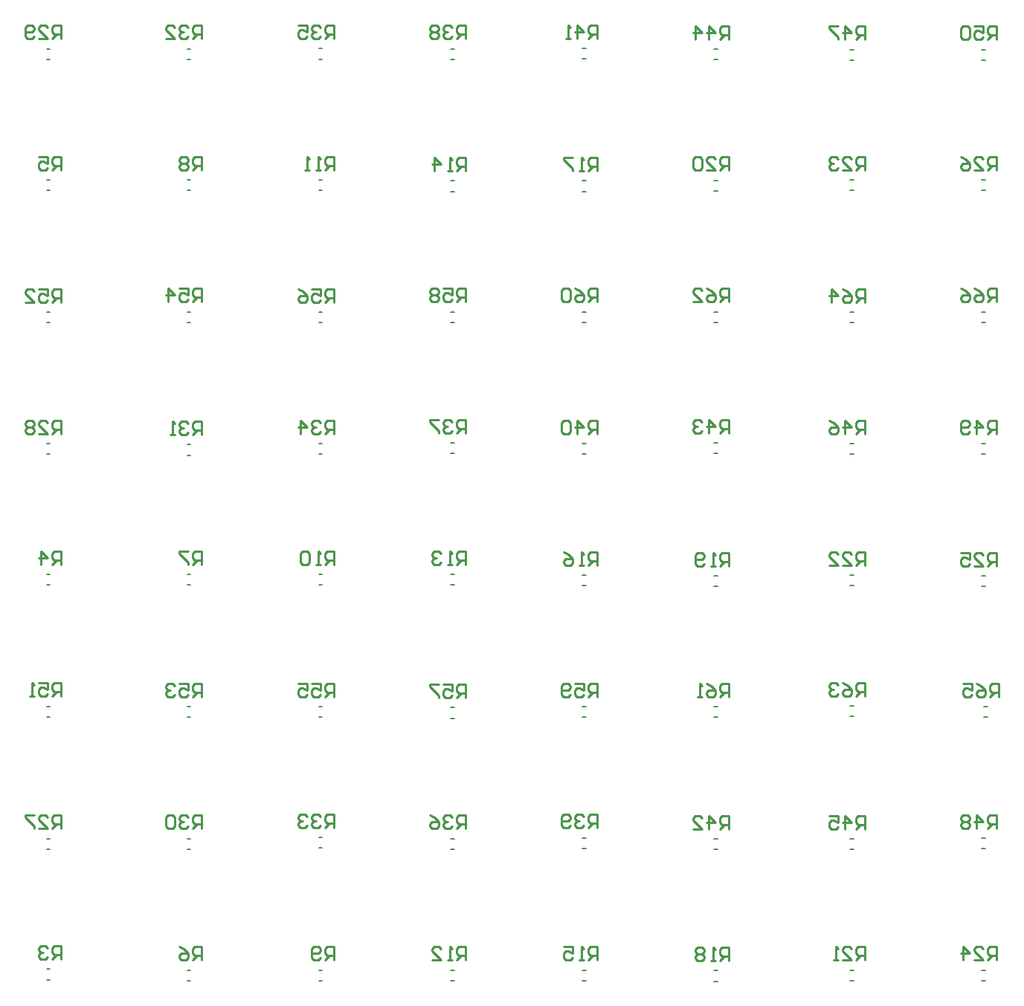
<source format=gbo>
G04*
G04 #@! TF.GenerationSoftware,Altium Limited,Altium Designer,20.1.7 (139)*
G04*
G04 Layer_Color=32896*
%FSLAX25Y25*%
%MOIN*%
G70*
G04*
G04 #@! TF.SameCoordinates,6C4051BD-8A09-42F4-8E10-95B83C559B0F*
G04*
G04*
G04 #@! TF.FilePolarity,Positive*
G04*
G01*
G75*
%ADD12C,0.00787*%
%ADD13C,0.01000*%
D12*
X-22441Y352067D02*
X-20866D01*
X-22441Y356791D02*
X-20866D01*
X-22441Y175098D02*
X-20866D01*
X-22441Y179823D02*
X-20866D01*
X-22441Y-1969D02*
X-20866D01*
X-22441Y2756D02*
X-20866D01*
X40551Y352067D02*
X42126D01*
X40551Y356791D02*
X42126D01*
X40551Y175098D02*
X42126D01*
X40551Y179823D02*
X42126D01*
X40551Y-2362D02*
X42126D01*
X40551Y2362D02*
X42126D01*
X99606Y352067D02*
X101181D01*
X99606Y356791D02*
X101181D01*
X99606Y175098D02*
X101181D01*
X99606Y179823D02*
X101181D01*
X99606Y-2362D02*
X101181D01*
X99606Y2362D02*
X101181D01*
X158661Y351673D02*
X160236D01*
X158661Y356398D02*
X160236D01*
X158661Y175098D02*
X160236D01*
X158661Y179823D02*
X160236D01*
X158661Y-2362D02*
X160236D01*
X158661Y2362D02*
X160236D01*
X217717Y351673D02*
X219291D01*
X217717Y356398D02*
X219291D01*
X217717Y174705D02*
X219291D01*
X217717Y179429D02*
X219291D01*
X217717Y-2362D02*
X219291D01*
X217717Y2362D02*
X219291D01*
X276772Y351969D02*
X278346D01*
X276772Y356693D02*
X278346D01*
X276772Y174409D02*
X278346D01*
X276772Y179134D02*
X278346D01*
X276772Y-2657D02*
X278346D01*
X276772Y2067D02*
X278346D01*
X337795Y352067D02*
X339370D01*
X337795Y356791D02*
X339370D01*
X337795Y174705D02*
X339370D01*
X337795Y179429D02*
X339370D01*
X337795Y-2362D02*
X339370D01*
X337795Y2362D02*
X339370D01*
X396850Y352067D02*
X398425D01*
X396850Y356791D02*
X398425D01*
X396850Y174409D02*
X398425D01*
X396850Y179134D02*
X398425D01*
X396850Y-2362D02*
X398425D01*
X396850Y2362D02*
X398425D01*
X-22441Y56595D02*
X-20866D01*
X-22441Y61319D02*
X-20866D01*
X-22441Y410827D02*
X-20866D01*
X-22441Y415551D02*
X-20866D01*
X-22441Y233760D02*
X-20866D01*
X-22441Y238484D02*
X-20866D01*
X40551Y56595D02*
X42126D01*
X40551Y61319D02*
X42126D01*
X40551Y410827D02*
X42126D01*
X40551Y415551D02*
X42126D01*
X40551Y233366D02*
X42126D01*
X40551Y238090D02*
X42126D01*
X99606Y57087D02*
X101181D01*
X99606Y61811D02*
X101181D01*
X99606Y411024D02*
X101181D01*
X99606Y415748D02*
X101181D01*
X99606Y233760D02*
X101181D01*
X99606Y238484D02*
X101181D01*
X158661Y56595D02*
X160236D01*
X158661Y61319D02*
X160236D01*
X158661Y410925D02*
X160236D01*
X158661Y415650D02*
X160236D01*
X158661Y234055D02*
X160236D01*
X158661Y238779D02*
X160236D01*
X217717Y56890D02*
X219291D01*
X217717Y61614D02*
X219291D01*
X217717Y411122D02*
X219291D01*
X217717Y415846D02*
X219291D01*
X217717Y233760D02*
X219291D01*
X217717Y238484D02*
X219291D01*
X276772Y56398D02*
X278346D01*
X276772Y61122D02*
X278346D01*
X276772Y410728D02*
X278346D01*
X276772Y415453D02*
X278346D01*
X276772Y234055D02*
X278346D01*
X276772Y238779D02*
X278346D01*
X337795Y56398D02*
X339370D01*
X337795Y61122D02*
X339370D01*
X337795Y410630D02*
X339370D01*
X337795Y415354D02*
X339370D01*
X337795Y233760D02*
X339370D01*
X337795Y238484D02*
X339370D01*
X396850Y56791D02*
X398425D01*
X396850Y61516D02*
X398425D01*
X396850Y410630D02*
X398425D01*
X396850Y415354D02*
X398425D01*
X396850Y233760D02*
X398425D01*
X396850Y238484D02*
X398425D01*
X-22441Y292717D02*
X-20866D01*
X-22441Y297441D02*
X-20866D01*
X-22441Y115945D02*
X-20866D01*
X-22441Y120669D02*
X-20866D01*
X40551Y292913D02*
X42126D01*
X40551Y297638D02*
X42126D01*
X40551Y115748D02*
X42126D01*
X40551Y120472D02*
X42126D01*
X99606Y292717D02*
X101181D01*
X99606Y297441D02*
X101181D01*
X99606Y115748D02*
X101181D01*
X99606Y120472D02*
X101181D01*
X158661Y292815D02*
X160236D01*
X158661Y297539D02*
X160236D01*
X158661Y115354D02*
X160236D01*
X158661Y120079D02*
X160236D01*
X217717Y292913D02*
X219291D01*
X217717Y297638D02*
X219291D01*
X217717Y115748D02*
X219291D01*
X217717Y120472D02*
X219291D01*
X276772Y292913D02*
X278346D01*
X276772Y297638D02*
X278346D01*
X276772Y115748D02*
X278346D01*
X276772Y120472D02*
X278346D01*
X337795Y292717D02*
X339370D01*
X337795Y297441D02*
X339370D01*
X337795Y116142D02*
X339370D01*
X337795Y120866D02*
X339370D01*
X396850Y292913D02*
X398425D01*
X396850Y297638D02*
X398425D01*
X397835Y115748D02*
X399410D01*
X397835Y120472D02*
X399410D01*
D13*
X404447Y124965D02*
Y130963D01*
X401448D01*
X400449Y129964D01*
Y127964D01*
X401448Y126965D01*
X404447D01*
X402448D02*
X400449Y124965D01*
X394450Y130963D02*
X396450Y129964D01*
X398449Y127964D01*
Y125965D01*
X397449Y124965D01*
X395450D01*
X394450Y125965D01*
Y126965D01*
X395450Y127964D01*
X398449D01*
X388452Y130963D02*
X392451D01*
Y127964D01*
X390452Y128964D01*
X389452D01*
X388452Y127964D01*
Y125965D01*
X389452Y124965D01*
X391452D01*
X392451Y125965D01*
X403427Y302153D02*
Y308151D01*
X400428D01*
X399428Y307151D01*
Y305152D01*
X400428Y304152D01*
X403427D01*
X401427D02*
X399428Y302153D01*
X393430Y308151D02*
X395429Y307151D01*
X397429Y305152D01*
Y303152D01*
X396429Y302153D01*
X394430D01*
X393430Y303152D01*
Y304152D01*
X394430Y305152D01*
X397429D01*
X387432Y308151D02*
X389431Y307151D01*
X391431Y305152D01*
Y303152D01*
X390431Y302153D01*
X388432D01*
X387432Y303152D01*
Y304152D01*
X388432Y305152D01*
X391431D01*
X344327Y125353D02*
Y131351D01*
X341328D01*
X340328Y130351D01*
Y128352D01*
X341328Y127352D01*
X344327D01*
X342327D02*
X340328Y125353D01*
X334330Y131351D02*
X336329Y130351D01*
X338329Y128352D01*
Y126352D01*
X337329Y125353D01*
X335330D01*
X334330Y126352D01*
Y127352D01*
X335330Y128352D01*
X338329D01*
X332331Y130351D02*
X331331Y131351D01*
X329332D01*
X328332Y130351D01*
Y129351D01*
X329332Y128352D01*
X330331D01*
X329332D01*
X328332Y127352D01*
Y126352D01*
X329332Y125353D01*
X331331D01*
X332331Y126352D01*
X344327Y301953D02*
Y307951D01*
X341328D01*
X340328Y306951D01*
Y304952D01*
X341328Y303952D01*
X344327D01*
X342327D02*
X340328Y301953D01*
X334330Y307951D02*
X336329Y306951D01*
X338329Y304952D01*
Y302952D01*
X337329Y301953D01*
X335330D01*
X334330Y302952D01*
Y303952D01*
X335330Y304952D01*
X338329D01*
X329332Y301953D02*
Y307951D01*
X332331Y304952D01*
X328332D01*
X283327Y124953D02*
Y130951D01*
X280328D01*
X279328Y129951D01*
Y127952D01*
X280328Y126952D01*
X283327D01*
X281327D02*
X279328Y124953D01*
X273330Y130951D02*
X275329Y129951D01*
X277329Y127952D01*
Y125952D01*
X276329Y124953D01*
X274330D01*
X273330Y125952D01*
Y126952D01*
X274330Y127952D01*
X277329D01*
X271331Y124953D02*
X269331D01*
X270331D01*
Y130951D01*
X271331Y129951D01*
X283327Y302153D02*
Y308151D01*
X280328D01*
X279328Y307151D01*
Y305152D01*
X280328Y304152D01*
X283327D01*
X281327D02*
X279328Y302153D01*
X273330Y308151D02*
X275329Y307151D01*
X277329Y305152D01*
Y303152D01*
X276329Y302153D01*
X274330D01*
X273330Y303152D01*
Y304152D01*
X274330Y305152D01*
X277329D01*
X267332Y302153D02*
X271331D01*
X267332Y306152D01*
Y307151D01*
X268332Y308151D01*
X270331D01*
X271331Y307151D01*
X224327Y124953D02*
Y130951D01*
X221328D01*
X220328Y129951D01*
Y127952D01*
X221328Y126952D01*
X224327D01*
X222327D02*
X220328Y124953D01*
X214330Y130951D02*
X218329D01*
Y127952D01*
X216329Y128952D01*
X215330D01*
X214330Y127952D01*
Y125952D01*
X215330Y124953D01*
X217329D01*
X218329Y125952D01*
X212331D02*
X211331Y124953D01*
X209332D01*
X208332Y125952D01*
Y129951D01*
X209332Y130951D01*
X211331D01*
X212331Y129951D01*
Y128952D01*
X211331Y127952D01*
X208332D01*
X224327Y302153D02*
Y308151D01*
X221328D01*
X220328Y307151D01*
Y305152D01*
X221328Y304152D01*
X224327D01*
X222327D02*
X220328Y302153D01*
X214330Y308151D02*
X216329Y307151D01*
X218329Y305152D01*
Y303152D01*
X217329Y302153D01*
X215330D01*
X214330Y303152D01*
Y304152D01*
X215330Y305152D01*
X218329D01*
X212331Y307151D02*
X211331Y308151D01*
X209332D01*
X208332Y307151D01*
Y303152D01*
X209332Y302153D01*
X211331D01*
X212331Y303152D01*
Y307151D01*
X165227Y124553D02*
Y130551D01*
X162228D01*
X161228Y129551D01*
Y127552D01*
X162228Y126552D01*
X165227D01*
X163227D02*
X161228Y124553D01*
X155230Y130551D02*
X159229D01*
Y127552D01*
X157229Y128551D01*
X156230D01*
X155230Y127552D01*
Y125552D01*
X156230Y124553D01*
X158229D01*
X159229Y125552D01*
X153231Y130551D02*
X149232D01*
Y129551D01*
X153231Y125552D01*
Y124553D01*
X165227Y302053D02*
Y308051D01*
X162228D01*
X161228Y307051D01*
Y305052D01*
X162228Y304052D01*
X165227D01*
X163227D02*
X161228Y302053D01*
X155230Y308051D02*
X159229D01*
Y305052D01*
X157229Y306051D01*
X156230D01*
X155230Y305052D01*
Y303052D01*
X156230Y302053D01*
X158229D01*
X159229Y303052D01*
X153231Y307051D02*
X152231Y308051D01*
X150232D01*
X149232Y307051D01*
Y306051D01*
X150232Y305052D01*
X149232Y304052D01*
Y303052D01*
X150232Y302053D01*
X152231D01*
X153231Y303052D01*
Y304052D01*
X152231Y305052D01*
X153231Y306051D01*
Y307051D01*
X152231Y305052D02*
X150232D01*
X106227Y124953D02*
Y130951D01*
X103228D01*
X102228Y129951D01*
Y127952D01*
X103228Y126952D01*
X106227D01*
X104227D02*
X102228Y124953D01*
X96230Y130951D02*
X100229D01*
Y127952D01*
X98229Y128952D01*
X97230D01*
X96230Y127952D01*
Y125952D01*
X97230Y124953D01*
X99229D01*
X100229Y125952D01*
X90232Y130951D02*
X94231D01*
Y127952D01*
X92231Y128952D01*
X91232D01*
X90232Y127952D01*
Y125952D01*
X91232Y124953D01*
X93231D01*
X94231Y125952D01*
X106227Y301953D02*
Y307951D01*
X103228D01*
X102228Y306951D01*
Y304952D01*
X103228Y303952D01*
X106227D01*
X104227D02*
X102228Y301953D01*
X96230Y307951D02*
X100229D01*
Y304952D01*
X98229Y305951D01*
X97230D01*
X96230Y304952D01*
Y302952D01*
X97230Y301953D01*
X99229D01*
X100229Y302952D01*
X90232Y307951D02*
X92231Y306951D01*
X94231Y304952D01*
Y302952D01*
X93231Y301953D01*
X91232D01*
X90232Y302952D01*
Y303952D01*
X91232Y304952D01*
X94231D01*
X47127Y124953D02*
Y130951D01*
X44128D01*
X43128Y129951D01*
Y127952D01*
X44128Y126952D01*
X47127D01*
X45127D02*
X43128Y124953D01*
X37130Y130951D02*
X41129D01*
Y127952D01*
X39129Y128952D01*
X38130D01*
X37130Y127952D01*
Y125952D01*
X38130Y124953D01*
X40129D01*
X41129Y125952D01*
X35131Y129951D02*
X34131Y130951D01*
X32132D01*
X31132Y129951D01*
Y128952D01*
X32132Y127952D01*
X33131D01*
X32132D01*
X31132Y126952D01*
Y125952D01*
X32132Y124953D01*
X34131D01*
X35131Y125952D01*
X47127Y302153D02*
Y308151D01*
X44128D01*
X43128Y307151D01*
Y305152D01*
X44128Y304152D01*
X47127D01*
X45127D02*
X43128Y302153D01*
X37130Y308151D02*
X41129D01*
Y305152D01*
X39129Y306152D01*
X38130D01*
X37130Y305152D01*
Y303152D01*
X38130Y302153D01*
X40129D01*
X41129Y303152D01*
X32132Y302153D02*
Y308151D01*
X35131Y305152D01*
X31132D01*
X-15873Y125139D02*
Y131137D01*
X-18872D01*
X-19872Y130137D01*
Y128138D01*
X-18872Y127138D01*
X-15873D01*
X-17873D02*
X-19872Y125139D01*
X-25870Y131137D02*
X-21871D01*
Y128138D01*
X-23871Y129137D01*
X-24870D01*
X-25870Y128138D01*
Y126138D01*
X-24870Y125139D01*
X-22871D01*
X-21871Y126138D01*
X-27869Y125139D02*
X-29869D01*
X-28869D01*
Y131137D01*
X-27869Y130137D01*
X-15873Y301953D02*
Y307951D01*
X-18872D01*
X-19872Y306951D01*
Y304952D01*
X-18872Y303952D01*
X-15873D01*
X-17873D02*
X-19872Y301953D01*
X-25870Y307951D02*
X-21871D01*
Y304952D01*
X-23871Y305951D01*
X-24870D01*
X-25870Y304952D01*
Y302952D01*
X-24870Y301953D01*
X-22871D01*
X-21871Y302952D01*
X-31868Y301953D02*
X-27869D01*
X-31868Y305951D01*
Y306951D01*
X-30868Y307951D01*
X-28869D01*
X-27869Y306951D01*
X403427Y242953D02*
Y248951D01*
X400428D01*
X399428Y247951D01*
Y245952D01*
X400428Y244952D01*
X403427D01*
X401427D02*
X399428Y242953D01*
X394430D02*
Y248951D01*
X397429Y245952D01*
X393430D01*
X391431Y243952D02*
X390431Y242953D01*
X388432D01*
X387432Y243952D01*
Y247951D01*
X388432Y248951D01*
X390431D01*
X391431Y247951D01*
Y246952D01*
X390431Y245952D01*
X387432D01*
X403427Y419853D02*
Y425851D01*
X400428D01*
X399428Y424851D01*
Y422852D01*
X400428Y421852D01*
X403427D01*
X401427D02*
X399428Y419853D01*
X393430Y425851D02*
X397429D01*
Y422852D01*
X395429Y423851D01*
X394430D01*
X393430Y422852D01*
Y420852D01*
X394430Y419853D01*
X396429D01*
X397429Y420852D01*
X391431Y424851D02*
X390431Y425851D01*
X388432D01*
X387432Y424851D01*
Y420852D01*
X388432Y419853D01*
X390431D01*
X391431Y420852D01*
Y424851D01*
X403427Y65953D02*
Y71951D01*
X400428D01*
X399428Y70951D01*
Y68952D01*
X400428Y67952D01*
X403427D01*
X401427D02*
X399428Y65953D01*
X394430D02*
Y71951D01*
X397429Y68952D01*
X393430D01*
X391431Y70951D02*
X390431Y71951D01*
X388432D01*
X387432Y70951D01*
Y69951D01*
X388432Y68952D01*
X387432Y67952D01*
Y66952D01*
X388432Y65953D01*
X390431D01*
X391431Y66952D01*
Y67952D01*
X390431Y68952D01*
X391431Y69951D01*
Y70951D01*
X390431Y68952D02*
X388432D01*
X344327Y242953D02*
Y248951D01*
X341328D01*
X340328Y247951D01*
Y245952D01*
X341328Y244952D01*
X344327D01*
X342327D02*
X340328Y242953D01*
X335330D02*
Y248951D01*
X338329Y245952D01*
X334330D01*
X328332Y248951D02*
X330331Y247951D01*
X332331Y245952D01*
Y243952D01*
X331331Y242953D01*
X329332D01*
X328332Y243952D01*
Y244952D01*
X329332Y245952D01*
X332331D01*
X344327Y419853D02*
Y425851D01*
X341328D01*
X340328Y424851D01*
Y422852D01*
X341328Y421852D01*
X344327D01*
X342327D02*
X340328Y419853D01*
X335330D02*
Y425851D01*
X338329Y422852D01*
X334330D01*
X332331Y425851D02*
X328332D01*
Y424851D01*
X332331Y420852D01*
Y419853D01*
X344327Y65553D02*
Y71551D01*
X341328D01*
X340328Y70551D01*
Y68552D01*
X341328Y67552D01*
X344327D01*
X342327D02*
X340328Y65553D01*
X335330D02*
Y71551D01*
X338329Y68552D01*
X334330D01*
X328332Y71551D02*
X332331D01*
Y68552D01*
X330331Y69551D01*
X329332D01*
X328332Y68552D01*
Y66552D01*
X329332Y65553D01*
X331331D01*
X332331Y66552D01*
X283327Y243253D02*
Y249251D01*
X280328D01*
X279328Y248251D01*
Y246252D01*
X280328Y245252D01*
X283327D01*
X281327D02*
X279328Y243253D01*
X274330D02*
Y249251D01*
X277329Y246252D01*
X273330D01*
X271331Y248251D02*
X270331Y249251D01*
X268332D01*
X267332Y248251D01*
Y247252D01*
X268332Y246252D01*
X269331D01*
X268332D01*
X267332Y245252D01*
Y244252D01*
X268332Y243253D01*
X270331D01*
X271331Y244252D01*
X283327Y419953D02*
Y425951D01*
X280328D01*
X279328Y424951D01*
Y422952D01*
X280328Y421952D01*
X283327D01*
X281327D02*
X279328Y419953D01*
X274330D02*
Y425951D01*
X277329Y422952D01*
X273330D01*
X268332Y419953D02*
Y425951D01*
X271331Y422952D01*
X267332D01*
X283327Y65553D02*
Y71551D01*
X280328D01*
X279328Y70551D01*
Y68552D01*
X280328Y67552D01*
X283327D01*
X281327D02*
X279328Y65553D01*
X274330D02*
Y71551D01*
X277329Y68552D01*
X273330D01*
X267332Y65553D02*
X271331D01*
X267332Y69551D01*
Y70551D01*
X268332Y71551D01*
X270331D01*
X271331Y70551D01*
X224327Y242953D02*
Y248951D01*
X221328D01*
X220328Y247951D01*
Y245952D01*
X221328Y244952D01*
X224327D01*
X222327D02*
X220328Y242953D01*
X215330D02*
Y248951D01*
X218329Y245952D01*
X214330D01*
X212331Y247951D02*
X211331Y248951D01*
X209332D01*
X208332Y247951D01*
Y243952D01*
X209332Y242953D01*
X211331D01*
X212331Y243952D01*
Y247951D01*
X224327Y420353D02*
Y426351D01*
X221328D01*
X220328Y425351D01*
Y423352D01*
X221328Y422352D01*
X224327D01*
X222327D02*
X220328Y420353D01*
X215330D02*
Y426351D01*
X218329Y423352D01*
X214330D01*
X212331Y420353D02*
X210331D01*
X211331D01*
Y426351D01*
X212331Y425351D01*
X224327Y66053D02*
Y72051D01*
X221328D01*
X220328Y71051D01*
Y69052D01*
X221328Y68052D01*
X224327D01*
X222327D02*
X220328Y66053D01*
X218329Y71051D02*
X217329Y72051D01*
X215330D01*
X214330Y71051D01*
Y70051D01*
X215330Y69052D01*
X216329D01*
X215330D01*
X214330Y68052D01*
Y67052D01*
X215330Y66053D01*
X217329D01*
X218329Y67052D01*
X212331D02*
X211331Y66053D01*
X209332D01*
X208332Y67052D01*
Y71051D01*
X209332Y72051D01*
X211331D01*
X212331Y71051D01*
Y70051D01*
X211331Y69052D01*
X208332D01*
X165227Y243253D02*
Y249251D01*
X162228D01*
X161228Y248251D01*
Y246252D01*
X162228Y245252D01*
X165227D01*
X163227D02*
X161228Y243253D01*
X159229Y248251D02*
X158229Y249251D01*
X156230D01*
X155230Y248251D01*
Y247252D01*
X156230Y246252D01*
X157229D01*
X156230D01*
X155230Y245252D01*
Y244252D01*
X156230Y243253D01*
X158229D01*
X159229Y244252D01*
X153231Y249251D02*
X149232D01*
Y248251D01*
X153231Y244252D01*
Y243253D01*
X165227Y420153D02*
Y426151D01*
X162228D01*
X161228Y425151D01*
Y423152D01*
X162228Y422152D01*
X165227D01*
X163227D02*
X161228Y420153D01*
X159229Y425151D02*
X158229Y426151D01*
X156230D01*
X155230Y425151D01*
Y424152D01*
X156230Y423152D01*
X157229D01*
X156230D01*
X155230Y422152D01*
Y421152D01*
X156230Y420153D01*
X158229D01*
X159229Y421152D01*
X153231Y425151D02*
X152231Y426151D01*
X150232D01*
X149232Y425151D01*
Y424152D01*
X150232Y423152D01*
X149232Y422152D01*
Y421152D01*
X150232Y420153D01*
X152231D01*
X153231Y421152D01*
Y422152D01*
X152231Y423152D01*
X153231Y424152D01*
Y425151D01*
X152231Y423152D02*
X150232D01*
X165227Y65753D02*
Y71751D01*
X162228D01*
X161228Y70751D01*
Y68752D01*
X162228Y67752D01*
X165227D01*
X163227D02*
X161228Y65753D01*
X159229Y70751D02*
X158229Y71751D01*
X156230D01*
X155230Y70751D01*
Y69752D01*
X156230Y68752D01*
X157229D01*
X156230D01*
X155230Y67752D01*
Y66752D01*
X156230Y65753D01*
X158229D01*
X159229Y66752D01*
X149232Y71751D02*
X151231Y70751D01*
X153231Y68752D01*
Y66752D01*
X152231Y65753D01*
X150232D01*
X149232Y66752D01*
Y67752D01*
X150232Y68752D01*
X153231D01*
X106227Y242953D02*
Y248951D01*
X103228D01*
X102228Y247951D01*
Y245952D01*
X103228Y244952D01*
X106227D01*
X104227D02*
X102228Y242953D01*
X100229Y247951D02*
X99229Y248951D01*
X97230D01*
X96230Y247951D01*
Y246952D01*
X97230Y245952D01*
X98229D01*
X97230D01*
X96230Y244952D01*
Y243952D01*
X97230Y242953D01*
X99229D01*
X100229Y243952D01*
X91232Y242953D02*
Y248951D01*
X94231Y245952D01*
X90232D01*
X106227Y420253D02*
Y426251D01*
X103228D01*
X102228Y425251D01*
Y423252D01*
X103228Y422252D01*
X106227D01*
X104227D02*
X102228Y420253D01*
X100229Y425251D02*
X99229Y426251D01*
X97230D01*
X96230Y425251D01*
Y424252D01*
X97230Y423252D01*
X98229D01*
X97230D01*
X96230Y422252D01*
Y421252D01*
X97230Y420253D01*
X99229D01*
X100229Y421252D01*
X90232Y426251D02*
X94231D01*
Y423252D01*
X92231Y424252D01*
X91232D01*
X90232Y423252D01*
Y421252D01*
X91232Y420253D01*
X93231D01*
X94231Y421252D01*
X106227Y66253D02*
Y72251D01*
X103228D01*
X102228Y71251D01*
Y69252D01*
X103228Y68252D01*
X106227D01*
X104227D02*
X102228Y66253D01*
X100229Y71251D02*
X99229Y72251D01*
X97230D01*
X96230Y71251D01*
Y70252D01*
X97230Y69252D01*
X98229D01*
X97230D01*
X96230Y68252D01*
Y67252D01*
X97230Y66253D01*
X99229D01*
X100229Y67252D01*
X94231Y71251D02*
X93231Y72251D01*
X91232D01*
X90232Y71251D01*
Y70252D01*
X91232Y69252D01*
X92231D01*
X91232D01*
X90232Y68252D01*
Y67252D01*
X91232Y66253D01*
X93231D01*
X94231Y67252D01*
X47127Y242553D02*
Y248551D01*
X44128D01*
X43128Y247551D01*
Y245552D01*
X44128Y244552D01*
X47127D01*
X45127D02*
X43128Y242553D01*
X41129Y247551D02*
X40129Y248551D01*
X38130D01*
X37130Y247551D01*
Y246551D01*
X38130Y245552D01*
X39129D01*
X38130D01*
X37130Y244552D01*
Y243552D01*
X38130Y242553D01*
X40129D01*
X41129Y243552D01*
X35131Y242553D02*
X33131D01*
X34131D01*
Y248551D01*
X35131Y247551D01*
X47127Y420053D02*
Y426051D01*
X44128D01*
X43128Y425051D01*
Y423052D01*
X44128Y422052D01*
X47127D01*
X45127D02*
X43128Y420053D01*
X41129Y425051D02*
X40129Y426051D01*
X38130D01*
X37130Y425051D01*
Y424052D01*
X38130Y423052D01*
X39129D01*
X38130D01*
X37130Y422052D01*
Y421052D01*
X38130Y420053D01*
X40129D01*
X41129Y421052D01*
X31132Y420053D02*
X35131D01*
X31132Y424052D01*
Y425051D01*
X32132Y426051D01*
X34131D01*
X35131Y425051D01*
X47127Y65753D02*
Y71751D01*
X44128D01*
X43128Y70751D01*
Y68752D01*
X44128Y67752D01*
X47127D01*
X45127D02*
X43128Y65753D01*
X41129Y70751D02*
X40129Y71751D01*
X38130D01*
X37130Y70751D01*
Y69752D01*
X38130Y68752D01*
X39129D01*
X38130D01*
X37130Y67752D01*
Y66752D01*
X38130Y65753D01*
X40129D01*
X41129Y66752D01*
X35131Y70751D02*
X34131Y71751D01*
X32132D01*
X31132Y70751D01*
Y66752D01*
X32132Y65753D01*
X34131D01*
X35131Y66752D01*
Y70751D01*
X-15873Y242953D02*
Y248951D01*
X-18872D01*
X-19872Y247951D01*
Y245952D01*
X-18872Y244952D01*
X-15873D01*
X-17873D02*
X-19872Y242953D01*
X-25870D02*
X-21871D01*
X-25870Y246952D01*
Y247951D01*
X-24870Y248951D01*
X-22871D01*
X-21871Y247951D01*
X-27869D02*
X-28869Y248951D01*
X-30868D01*
X-31868Y247951D01*
Y246952D01*
X-30868Y245952D01*
X-31868Y244952D01*
Y243952D01*
X-30868Y242953D01*
X-28869D01*
X-27869Y243952D01*
Y244952D01*
X-28869Y245952D01*
X-27869Y246952D01*
Y247951D01*
X-28869Y245952D02*
X-30868D01*
X-15873Y420053D02*
Y426051D01*
X-18872D01*
X-19872Y425051D01*
Y423052D01*
X-18872Y422052D01*
X-15873D01*
X-17873D02*
X-19872Y420053D01*
X-25870D02*
X-21871D01*
X-25870Y424052D01*
Y425051D01*
X-24870Y426051D01*
X-22871D01*
X-21871Y425051D01*
X-27869Y421052D02*
X-28869Y420053D01*
X-30868D01*
X-31868Y421052D01*
Y425051D01*
X-30868Y426051D01*
X-28869D01*
X-27869Y425051D01*
Y424052D01*
X-28869Y423052D01*
X-31868D01*
X-15873Y65753D02*
Y71751D01*
X-18872D01*
X-19872Y70751D01*
Y68752D01*
X-18872Y67752D01*
X-15873D01*
X-17873D02*
X-19872Y65753D01*
X-25870D02*
X-21871D01*
X-25870Y69752D01*
Y70751D01*
X-24870Y71751D01*
X-22871D01*
X-21871Y70751D01*
X-27869Y71751D02*
X-31868D01*
Y70751D01*
X-27869Y66752D01*
Y65753D01*
X403427Y6853D02*
Y12851D01*
X400428D01*
X399428Y11851D01*
Y9852D01*
X400428Y8852D01*
X403427D01*
X401427D02*
X399428Y6853D01*
X393430D02*
X397429D01*
X393430Y10852D01*
Y11851D01*
X394430Y12851D01*
X396429D01*
X397429Y11851D01*
X388432Y6853D02*
Y12851D01*
X391431Y9852D01*
X387432D01*
X403427Y183653D02*
Y189651D01*
X400428D01*
X399428Y188651D01*
Y186652D01*
X400428Y185652D01*
X403427D01*
X401427D02*
X399428Y183653D01*
X393430D02*
X397429D01*
X393430Y187652D01*
Y188651D01*
X394430Y189651D01*
X396429D01*
X397429Y188651D01*
X387432Y189651D02*
X391431D01*
Y186652D01*
X389431Y187652D01*
X388432D01*
X387432Y186652D01*
Y184652D01*
X388432Y183653D01*
X390431D01*
X391431Y184652D01*
X403427Y361253D02*
Y367251D01*
X400428D01*
X399428Y366251D01*
Y364252D01*
X400428Y363252D01*
X403427D01*
X401427D02*
X399428Y361253D01*
X393430D02*
X397429D01*
X393430Y365251D01*
Y366251D01*
X394430Y367251D01*
X396429D01*
X397429Y366251D01*
X387432Y367251D02*
X389431Y366251D01*
X391431Y364252D01*
Y362252D01*
X390431Y361253D01*
X388432D01*
X387432Y362252D01*
Y363252D01*
X388432Y364252D01*
X391431D01*
X344327Y6853D02*
Y12851D01*
X341328D01*
X340328Y11851D01*
Y9852D01*
X341328Y8852D01*
X344327D01*
X342327D02*
X340328Y6853D01*
X334330D02*
X338329D01*
X334330Y10852D01*
Y11851D01*
X335330Y12851D01*
X337329D01*
X338329Y11851D01*
X332331Y6853D02*
X330331D01*
X331331D01*
Y12851D01*
X332331Y11851D01*
X344327Y183953D02*
Y189951D01*
X341328D01*
X340328Y188951D01*
Y186952D01*
X341328Y185952D01*
X344327D01*
X342327D02*
X340328Y183953D01*
X334330D02*
X338329D01*
X334330Y187952D01*
Y188951D01*
X335330Y189951D01*
X337329D01*
X338329Y188951D01*
X328332Y183953D02*
X332331D01*
X328332Y187952D01*
Y188951D01*
X329332Y189951D01*
X331331D01*
X332331Y188951D01*
X344327Y361253D02*
Y367251D01*
X341328D01*
X340328Y366251D01*
Y364252D01*
X341328Y363252D01*
X344327D01*
X342327D02*
X340328Y361253D01*
X334330D02*
X338329D01*
X334330Y365251D01*
Y366251D01*
X335330Y367251D01*
X337329D01*
X338329Y366251D01*
X332331D02*
X331331Y367251D01*
X329332D01*
X328332Y366251D01*
Y365251D01*
X329332Y364252D01*
X330331D01*
X329332D01*
X328332Y363252D01*
Y362252D01*
X329332Y361253D01*
X331331D01*
X332331Y362252D01*
X283327Y6553D02*
Y12551D01*
X280328D01*
X279328Y11551D01*
Y9552D01*
X280328Y8552D01*
X283327D01*
X281327D02*
X279328Y6553D01*
X277329D02*
X275329D01*
X276329D01*
Y12551D01*
X277329Y11551D01*
X272330D02*
X271331Y12551D01*
X269331D01*
X268332Y11551D01*
Y10552D01*
X269331Y9552D01*
X268332Y8552D01*
Y7552D01*
X269331Y6553D01*
X271331D01*
X272330Y7552D01*
Y8552D01*
X271331Y9552D01*
X272330Y10552D01*
Y11551D01*
X271331Y9552D02*
X269331D01*
X283327Y183653D02*
Y189651D01*
X280328D01*
X279328Y188651D01*
Y186652D01*
X280328Y185652D01*
X283327D01*
X281327D02*
X279328Y183653D01*
X277329D02*
X275329D01*
X276329D01*
Y189651D01*
X277329Y188651D01*
X272330Y184652D02*
X271331Y183653D01*
X269331D01*
X268332Y184652D01*
Y188651D01*
X269331Y189651D01*
X271331D01*
X272330Y188651D01*
Y187652D01*
X271331Y186652D01*
X268332D01*
X283327Y361153D02*
Y367151D01*
X280328D01*
X279328Y366151D01*
Y364152D01*
X280328Y363152D01*
X283327D01*
X281327D02*
X279328Y361153D01*
X273330D02*
X277329D01*
X273330Y365152D01*
Y366151D01*
X274330Y367151D01*
X276329D01*
X277329Y366151D01*
X271331D02*
X270331Y367151D01*
X268332D01*
X267332Y366151D01*
Y362152D01*
X268332Y361153D01*
X270331D01*
X271331Y362152D01*
Y366151D01*
X224327Y6853D02*
Y12851D01*
X221328D01*
X220328Y11851D01*
Y9852D01*
X221328Y8852D01*
X224327D01*
X222327D02*
X220328Y6853D01*
X218329D02*
X216329D01*
X217329D01*
Y12851D01*
X218329Y11851D01*
X209332Y12851D02*
X213330D01*
Y9852D01*
X211331Y10852D01*
X210331D01*
X209332Y9852D01*
Y7852D01*
X210331Y6853D01*
X212331D01*
X213330Y7852D01*
X224327Y183953D02*
Y189951D01*
X221328D01*
X220328Y188951D01*
Y186952D01*
X221328Y185952D01*
X224327D01*
X222327D02*
X220328Y183953D01*
X218329D02*
X216329D01*
X217329D01*
Y189951D01*
X218329Y188951D01*
X209332Y189951D02*
X211331Y188951D01*
X213330Y186952D01*
Y184952D01*
X212331Y183953D01*
X210331D01*
X209332Y184952D01*
Y185952D01*
X210331Y186952D01*
X213330D01*
X224327Y360853D02*
Y366851D01*
X221328D01*
X220328Y365851D01*
Y363852D01*
X221328Y362852D01*
X224327D01*
X222327D02*
X220328Y360853D01*
X218329D02*
X216329D01*
X217329D01*
Y366851D01*
X218329Y365851D01*
X213330Y366851D02*
X209332D01*
Y365851D01*
X213330Y361852D01*
Y360853D01*
X165227Y6853D02*
Y12851D01*
X162228D01*
X161228Y11851D01*
Y9852D01*
X162228Y8852D01*
X165227D01*
X163227D02*
X161228Y6853D01*
X159229D02*
X157229D01*
X158229D01*
Y12851D01*
X159229Y11851D01*
X150232Y6853D02*
X154230D01*
X150232Y10852D01*
Y11851D01*
X151231Y12851D01*
X153231D01*
X154230Y11851D01*
X165227Y184253D02*
Y190251D01*
X162228D01*
X161228Y189251D01*
Y187252D01*
X162228Y186252D01*
X165227D01*
X163227D02*
X161228Y184253D01*
X159229D02*
X157229D01*
X158229D01*
Y190251D01*
X159229Y189251D01*
X154230D02*
X153231Y190251D01*
X151231D01*
X150232Y189251D01*
Y188251D01*
X151231Y187252D01*
X152231D01*
X151231D01*
X150232Y186252D01*
Y185252D01*
X151231Y184253D01*
X153231D01*
X154230Y185252D01*
X165227Y360853D02*
Y366851D01*
X162228D01*
X161228Y365851D01*
Y363852D01*
X162228Y362852D01*
X165227D01*
X163227D02*
X161228Y360853D01*
X159229D02*
X157229D01*
X158229D01*
Y366851D01*
X159229Y365851D01*
X151231Y360853D02*
Y366851D01*
X154230Y363852D01*
X150232D01*
X106227Y6853D02*
Y12851D01*
X103228D01*
X102228Y11851D01*
Y9852D01*
X103228Y8852D01*
X106227D01*
X104227D02*
X102228Y6853D01*
X100229Y7852D02*
X99229Y6853D01*
X97230D01*
X96230Y7852D01*
Y11851D01*
X97230Y12851D01*
X99229D01*
X100229Y11851D01*
Y10852D01*
X99229Y9852D01*
X96230D01*
X106227Y184253D02*
Y190251D01*
X103228D01*
X102228Y189251D01*
Y187252D01*
X103228Y186252D01*
X106227D01*
X104227D02*
X102228Y184253D01*
X100229D02*
X98229D01*
X99229D01*
Y190251D01*
X100229Y189251D01*
X95230D02*
X94231Y190251D01*
X92231D01*
X91232Y189251D01*
Y185252D01*
X92231Y184253D01*
X94231D01*
X95230Y185252D01*
Y189251D01*
X106227Y361253D02*
Y367251D01*
X103228D01*
X102228Y366251D01*
Y364252D01*
X103228Y363252D01*
X106227D01*
X104227D02*
X102228Y361253D01*
X100229D02*
X98229D01*
X99229D01*
Y367251D01*
X100229Y366251D01*
X95230Y361253D02*
X93231D01*
X94231D01*
Y367251D01*
X95230Y366251D01*
X47127Y6853D02*
Y12851D01*
X44128D01*
X43128Y11851D01*
Y9852D01*
X44128Y8852D01*
X47127D01*
X45127D02*
X43128Y6853D01*
X37130Y12851D02*
X39129Y11851D01*
X41129Y9852D01*
Y7852D01*
X40129Y6853D01*
X38130D01*
X37130Y7852D01*
Y8852D01*
X38130Y9852D01*
X41129D01*
X47127Y184253D02*
Y190251D01*
X44128D01*
X43128Y189251D01*
Y187252D01*
X44128Y186252D01*
X47127D01*
X45127D02*
X43128Y184253D01*
X41129Y190251D02*
X37130D01*
Y189251D01*
X41129Y185252D01*
Y184253D01*
X47127Y361253D02*
Y367251D01*
X44128D01*
X43128Y366251D01*
Y364252D01*
X44128Y363252D01*
X47127D01*
X45127D02*
X43128Y361253D01*
X41129Y366251D02*
X40129Y367251D01*
X38130D01*
X37130Y366251D01*
Y365251D01*
X38130Y364252D01*
X37130Y363252D01*
Y362252D01*
X38130Y361253D01*
X40129D01*
X41129Y362252D01*
Y363252D01*
X40129Y364252D01*
X41129Y365251D01*
Y366251D01*
X40129Y364252D02*
X38130D01*
X-15873Y7253D02*
Y13251D01*
X-18872D01*
X-19872Y12251D01*
Y10252D01*
X-18872Y9252D01*
X-15873D01*
X-17873D02*
X-19872Y7253D01*
X-21871Y12251D02*
X-22871Y13251D01*
X-24870D01*
X-25870Y12251D01*
Y11252D01*
X-24870Y10252D01*
X-23871D01*
X-24870D01*
X-25870Y9252D01*
Y8252D01*
X-24870Y7253D01*
X-22871D01*
X-21871Y8252D01*
X-15873Y184253D02*
Y190251D01*
X-18872D01*
X-19872Y189251D01*
Y187252D01*
X-18872Y186252D01*
X-15873D01*
X-17873D02*
X-19872Y184253D01*
X-24870D02*
Y190251D01*
X-21871Y187252D01*
X-25870D01*
X-15873Y361253D02*
Y367251D01*
X-18872D01*
X-19872Y366251D01*
Y364252D01*
X-18872Y363252D01*
X-15873D01*
X-17873D02*
X-19872Y361253D01*
X-25870Y367251D02*
X-21871D01*
Y364252D01*
X-23871Y365251D01*
X-24870D01*
X-25870Y364252D01*
Y362252D01*
X-24870Y361253D01*
X-22871D01*
X-21871Y362252D01*
M02*

</source>
